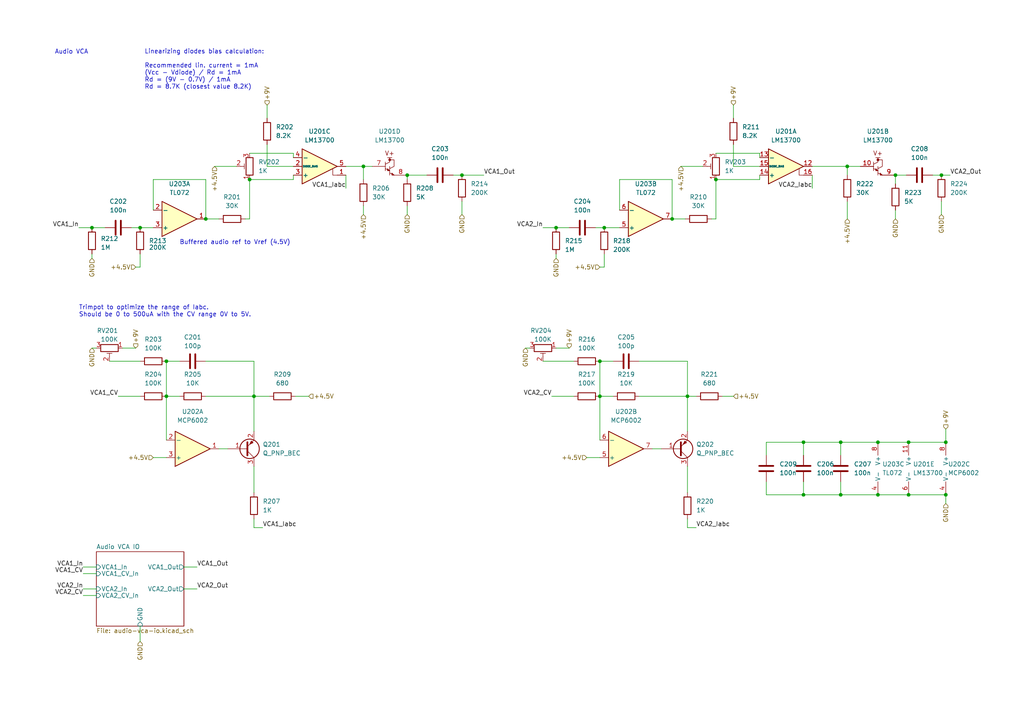
<source format=kicad_sch>
(kicad_sch (version 20211123) (generator eeschema)
  (paper "A4")
  (lib_symbols
    (symbol "Amplifier_Operational:LM13700" (pin_names (offset 0.127))
      (property "Reference" "U" (at 3.81 5.08 0))
      (property "Value" "LM13700" (at 5.08 -5.08 0))
      (symbol "LM13700_1_1"
        (polyline (pts (xy 3.81 -0.635) (xy 3.81 -2.54) (xy 5.08 -2.54)))
        (polyline (pts (xy 5.08 0) (xy -5.08 -5.08) (xy -5.08 5.08) (xy 5.08 0)) (stroke (width 0.254)) (fill (type background)))
        (pin output line (at 7.62 0 180) (length 2.54) (name "~") (number "12"))
        (pin input line (at -7.62 2.54 0) (length 2.54) (name "-") (number "13"))
        (pin input line (at -7.62 -2.54 0) (length 2.54) (name "+") (number "14"))
        (pin input line (at -7.62 0 0) (length 2.54) (name "DIODE_BIAS") (number "15"))
        (pin input line (at 7.62 -2.54 180) (length 2.54) (name "~") (number "16"))
      )
      (symbol "LM13700_2_0"
        (polyline (pts (xy -1.905 2.54) (xy -3.175 2.54)))
      )
      (symbol "LM13700_2_1"
        (circle (center -2.54 1.905) (radius 0.254) (stroke (width 0.254)) (fill (type outline)))
        (polyline (pts (xy -3.81 -0.635) (xy -2.54 -1.27)))
        (polyline (pts (xy -3.81 1.27) (xy -3.81 -1.27)))
        (polyline (pts (xy -2.54 -1.905) (xy -1.27 -2.54)))
        (polyline (pts (xy -2.54 0) (xy -2.54 -2.54)))
        (polyline (pts (xy -3.81 0.635) (xy -2.54 1.27) (xy -2.54 1.905) (xy -2.54 2.54)))
        (polyline (pts (xy -2.54 -1.27) (xy -3.175 -0.635) (xy -3.175 -1.27) (xy -2.54 -1.27)) (fill (type outline)))
        (polyline (pts (xy -2.54 -0.635) (xy -1.27 0) (xy -1.27 1.905) (xy -2.54 1.905)))
        (polyline (pts (xy -1.27 -2.54) (xy -1.905 -1.905) (xy -1.905 -2.54) (xy -1.27 -2.54)) (fill (type outline)))
        (text "V+" (at -2.54 3.81 0) (effects (font (size 1.27 1.27))))
        (pin input line (at -7.62 0 0) (length 3.81) (name "~") (number "10"))
        (pin output line (at 2.54 -2.54 180) (length 3.81) (name "~") (number "9"))
      )
      (symbol "LM13700_3_1"
        (polyline (pts (xy 3.81 -0.635) (xy 3.81 -2.54) (xy 5.08 -2.54)))
        (polyline (pts (xy 5.08 0) (xy -5.08 -5.08) (xy -5.08 5.08) (xy 5.08 0)) (stroke (width 0.254)) (fill (type background)))
        (pin input line (at 7.62 -2.54 180) (length 2.54) (name "~") (number "1"))
        (pin input line (at -7.62 0 0) (length 2.54) (name "DIODE_BIAS") (number "2"))
        (pin input line (at -7.62 -2.54 0) (length 2.54) (name "+") (number "3"))
        (pin input line (at -7.62 2.54 0) (length 2.54) (name "-") (number "4"))
        (pin output line (at 7.62 0 180) (length 2.54) (name "~") (number "5"))
      )
      (symbol "LM13700_4_0"
        (polyline (pts (xy -3.175 2.54) (xy -1.905 2.54)))
        (text "V+" (at -2.54 3.81 0) (effects (font (size 1.27 1.27))))
      )
      (symbol "LM13700_4_1"
        (circle (center -2.54 1.905) (radius 0.254) (stroke (width 0.254)) (fill (type outline)))
        (polyline (pts (xy -3.81 -0.635) (xy -2.54 -1.27)))
        (polyline (pts (xy -3.81 1.27) (xy -3.81 -1.27)))
        (polyline (pts (xy -2.54 -1.905) (xy -1.27 -2.54)))
        (polyline (pts (xy -2.54 0) (xy -2.54 -2.54)))
        (polyline (pts (xy -3.81 0.635) (xy -2.54 1.27) (xy -2.54 2.54)))
        (polyline (pts (xy -2.54 -1.27) (xy -3.175 -0.635) (xy -3.175 -1.27) (xy -2.54 -1.27)) (fill (type outline)))
        (polyline (pts (xy -2.54 -0.635) (xy -1.27 0) (xy -1.27 1.905) (xy -2.54 1.905)))
        (polyline (pts (xy -1.27 -2.54) (xy -1.905 -1.905) (xy -1.905 -2.54) (xy -1.27 -2.54)) (fill (type outline)))
        (pin input line (at -7.62 0 0) (length 3.81) (name "~") (number "7"))
        (pin output line (at 2.54 -2.54 180) (length 3.81) (name "~") (number "8"))
      )
      (symbol "LM13700_5_1"
        (pin power_in line (at -2.54 7.62 270) (length 3.81) (name "V+") (number "11"))
        (pin power_in line (at -2.54 -7.62 90) (length 3.81) (name "V-") (number "6"))
      )
    )
    (symbol "Amplifier_Operational:MCP6002-xSN" (pin_names (offset 0.127))
      (property "Reference" "U" (at 0 5.08 0))
      (property "Value" "MCP6002-xSN" (at 0 -5.08 0))
      (symbol "MCP6002-xSN_1_1"
        (polyline (pts (xy -5.08 5.08) (xy 5.08 0) (xy -5.08 -5.08) (xy -5.08 5.08)) (stroke (width 0.254)) (fill (type background)))
        (pin output line (at 7.62 0 180) (length 2.54) (name "~") (number "1"))
        (pin input line (at -7.62 -2.54 0) (length 2.54) (name "-") (number "2"))
        (pin input line (at -7.62 2.54 0) (length 2.54) (name "+") (number "3"))
      )
      (symbol "MCP6002-xSN_2_1"
        (polyline (pts (xy -5.08 5.08) (xy 5.08 0) (xy -5.08 -5.08) (xy -5.08 5.08)) (stroke (width 0.254)) (fill (type background)))
        (pin input line (at -7.62 2.54 0) (length 2.54) (name "+") (number "5"))
        (pin input line (at -7.62 -2.54 0) (length 2.54) (name "-") (number "6"))
        (pin output line (at 7.62 0 180) (length 2.54) (name "~") (number "7"))
      )
      (symbol "MCP6002-xSN_3_1"
        (pin power_in line (at -2.54 -7.62 90) (length 3.81) (name "V-") (number "4"))
        (pin power_in line (at -2.54 7.62 270) (length 3.81) (name "V+") (number "8"))
      )
    )
    (symbol "Amplifier_Operational:TL072" (pin_names (offset 0.127))
      (property "Reference" "U" (at 0 5.08 0))
      (property "Value" "TL072" (at 0 -5.08 0))
      (symbol "TL072_1_1"
        (polyline (pts (xy -5.08 5.08) (xy 5.08 0) (xy -5.08 -5.08) (xy -5.08 5.08)) (stroke (width 0.254)) (fill (type background)))
        (pin output line (at 7.62 0 180) (length 2.54) (name "~") (number "1"))
        (pin input line (at -7.62 -2.54 0) (length 2.54) (name "-") (number "2"))
        (pin input line (at -7.62 2.54 0) (length 2.54) (name "+") (number "3"))
      )
      (symbol "TL072_2_1"
        (polyline (pts (xy -5.08 5.08) (xy 5.08 0) (xy -5.08 -5.08) (xy -5.08 5.08)) (stroke (width 0.254)) (fill (type background)))
        (pin input line (at -7.62 2.54 0) (length 2.54) (name "+") (number "5"))
        (pin input line (at -7.62 -2.54 0) (length 2.54) (name "-") (number "6"))
        (pin output line (at 7.62 0 180) (length 2.54) (name "~") (number "7"))
      )
      (symbol "TL072_3_1"
        (pin power_in line (at -2.54 -7.62 90) (length 3.81) (name "V-") (number "4"))
        (pin power_in line (at -2.54 7.62 270) (length 3.81) (name "V+") (number "8"))
      )
    )
    (symbol "Device:C" (pin_numbers hide) (pin_names (offset 0.254))
      (property "Reference" "C" (at 0.635 2.54 0))
      (property "Value" "C" (at 0.635 -2.54 0))
      (symbol "C_0_1"
        (polyline (pts (xy -2.032 -0.762) (xy 2.032 -0.762)) (stroke (width 0.508)))
        (polyline (pts (xy -2.032 0.762) (xy 2.032 0.762)) (stroke (width 0.508)))
      )
      (symbol "C_1_1"
        (pin passive line (at 0 3.81 270) (length 2.794) (name "~") (number "1"))
        (pin passive line (at 0 -3.81 90) (length 2.794) (name "~") (number "2"))
      )
    )
    (symbol "Device:Q_PNP_BEC" (pin_names (offset 0) hide)
      (property "Reference" "Q" (at 5.08 1.27 0))
      (property "Value" "Q_PNP_BEC" (at 5.08 -1.27 0))
      (symbol "Q_PNP_BEC_0_1"
        (polyline (pts (xy 0.635 0.635) (xy 2.54 2.54)))
        (polyline (pts (xy 0.635 -0.635) (xy 2.54 -2.54) (xy 2.54 -2.54)))
        (polyline (pts (xy 0.635 1.905) (xy 0.635 -1.905) (xy 0.635 -1.905)) (stroke (width 0.508)))
        (polyline (pts (xy 2.286 -1.778) (xy 1.778 -2.286) (xy 1.27 -1.27) (xy 2.286 -1.778) (xy 2.286 -1.778)) (fill (type outline)))
        (circle (center 1.27 0) (radius 2.8194) (stroke (width 0.254)))
      )
      (symbol "Q_PNP_BEC_1_1"
        (pin input line (at -5.08 0 0) (length 5.715) (name "B") (number "1"))
        (pin passive line (at 2.54 -5.08 90) (length 2.54) (name "E") (number "2"))
        (pin passive line (at 2.54 5.08 270) (length 2.54) (name "C") (number "3"))
      )
    )
    (symbol "Device:R" (pin_numbers hide) (pin_names (offset 0))
      (property "Reference" "R" (at 2.032 0 90))
      (property "Value" "R" (at 0 0 90))
      (symbol "R_0_1"
        (rectangle (start -1.016 -2.54) (end 1.016 2.54) (stroke (width 0.254)))
      )
      (symbol "R_1_1"
        (pin passive line (at 0 3.81 270) (length 1.27) (name "~") (number "1"))
        (pin passive line (at 0 -3.81 90) (length 1.27) (name "~") (number "2"))
      )
    )
    (symbol "Device:R_Potentiometer_Trim" (pin_names (offset 1.016) hide)
      (property "Reference" "RV" (at -4.445 0 90))
      (property "Value" "R_Potentiometer_Trim" (at -2.54 0 90))
      (symbol "R_Potentiometer_Trim_0_1"
        (polyline (pts (xy 1.524 0.762) (xy 1.524 -0.762)))
        (polyline (pts (xy 2.54 0) (xy 1.524 0)))
        (rectangle (start 1.016 2.54) (end -1.016 -2.54) (stroke (width 0.254)))
      )
      (symbol "R_Potentiometer_Trim_1_1"
        (pin passive line (at 0 3.81 270) (length 1.27) (name "1") (number "1"))
        (pin passive line (at 3.81 0 180) (length 1.27) (name "2") (number "2"))
        (pin passive line (at 0 -3.81 90) (length 1.27) (name "3") (number "3"))
      )
    )
  )
  (junction (at 274.32 128.27))
  (junction (at 254.635 128.27))
  (junction (at 245.745 48.26))
  (junction (at 173.99 114.935))
  (junction (at 254.635 143.51))
  (junction (at 199.39 114.935))
  (junction (at 40.64 66.04))
  (junction (at 173.99 104.775))
  (junction (at 273.05 50.8))
  (junction (at 73.66 114.935))
  (junction (at 175.26 66.04))
  (junction (at 263.525 143.51))
  (junction (at 72.39 52.07))
  (junction (at 48.26 104.775))
  (junction (at 233.045 128.27))
  (junction (at 233.045 143.51))
  (junction (at 243.84 143.51))
  (junction (at 259.715 50.8))
  (junction (at 274.32 143.51))
  (junction (at 118.11 50.8))
  (junction (at 207.645 52.07))
  (junction (at 263.525 128.27))
  (junction (at 48.26 114.935))
  (junction (at 243.84 128.27))
  (junction (at 26.67 66.04))
  (junction (at 194.945 63.5))
  (junction (at 59.69 63.5))
  (junction (at 105.41 48.26))
  (junction (at 133.985 50.8))
  (junction (at 161.29 66.04))
  (wire (pts (xy 199.39 114.935) (xy 199.39 125.095)))
  (wire (pts (xy 199.39 104.775) (xy 199.39 114.935)))
  (wire (pts (xy 199.39 150.495) (xy 199.39 153.035)))
  (wire (pts (xy 245.745 48.26) (xy 245.745 50.8)))
  (wire (pts (xy 48.26 104.775) (xy 52.07 104.775)))
  (wire (pts (xy 157.48 104.775) (xy 166.37 104.775)))
  (wire (pts (xy 197.485 48.26) (xy 203.835 48.26)))
  (wire (pts (xy 212.725 48.26) (xy 220.345 48.26)))
  (wire (pts (xy 222.25 139.7) (xy 222.25 143.51)))
  (wire (pts (xy 118.11 50.8) (xy 123.825 50.8)))
  (wire (pts (xy 39.37 77.47) (xy 40.64 77.47)))
  (wire (pts (xy 157.48 66.04) (xy 161.29 66.04)))
  (wire (pts (xy 233.045 143.51) (xy 243.84 143.51)))
  (wire (pts (xy 100.33 50.8) (xy 100.33 54.61)))
  (wire (pts (xy 73.66 150.495) (xy 73.66 153.035)))
  (wire (pts (xy 53.34 164.465) (xy 57.15 164.465)))
  (wire (pts (xy 85.725 114.935) (xy 89.535 114.935)))
  (wire (pts (xy 77.47 48.26) (xy 85.09 48.26)))
  (wire (pts (xy 235.585 48.26) (xy 245.745 48.26)))
  (wire (pts (xy 172.72 66.04) (xy 175.26 66.04)))
  (wire (pts (xy 175.26 66.04) (xy 179.705 66.04)))
  (wire (pts (xy 199.39 153.035) (xy 201.93 153.035)))
  (wire (pts (xy 209.55 114.935) (xy 212.725 114.935)))
  (wire (pts (xy 40.64 181.61) (xy 40.64 186.055)))
  (wire (pts (xy 207.645 52.07) (xy 220.345 52.07)))
  (wire (pts (xy 133.985 50.8) (xy 140.335 50.8)))
  (wire (pts (xy 173.99 77.47) (xy 175.26 77.47)))
  (wire (pts (xy 173.99 104.775) (xy 177.8 104.775)))
  (wire (pts (xy 72.39 52.07) (xy 85.09 52.07)))
  (wire (pts (xy 222.25 128.27) (xy 233.045 128.27)))
  (wire (pts (xy 233.045 128.27) (xy 233.045 132.08)))
  (wire (pts (xy 40.64 73.66) (xy 40.64 77.47)))
  (wire (pts (xy 73.66 135.255) (xy 73.66 142.875)))
  (wire (pts (xy 39.37 100.965) (xy 35.56 100.965)))
  (wire (pts (xy 194.945 52.07) (xy 194.945 63.5)))
  (wire (pts (xy 243.84 143.51) (xy 254.635 143.51)))
  (wire (pts (xy 254.635 128.27) (xy 243.84 128.27)))
  (wire (pts (xy 27.94 100.965) (xy 26.67 100.965)))
  (wire (pts (xy 53.34 170.815) (xy 57.15 170.815)))
  (wire (pts (xy 48.26 104.775) (xy 48.26 114.935)))
  (wire (pts (xy 259.715 60.96) (xy 259.715 63.5)))
  (wire (pts (xy 206.375 63.5) (xy 207.645 63.5)))
  (wire (pts (xy 212.725 30.48) (xy 212.725 34.29)))
  (wire (pts (xy 105.41 59.69) (xy 105.41 62.23)))
  (wire (pts (xy 31.75 104.775) (xy 40.64 104.775)))
  (wire (pts (xy 44.45 60.96) (xy 44.45 52.07)))
  (wire (pts (xy 73.66 153.035) (xy 76.2 153.035)))
  (wire (pts (xy 100.33 48.26) (xy 105.41 48.26)))
  (wire (pts (xy 222.25 132.08) (xy 222.25 128.27)))
  (wire (pts (xy 73.66 104.775) (xy 73.66 114.935)))
  (wire (pts (xy 160.02 114.935) (xy 166.37 114.935)))
  (wire (pts (xy 85.09 44.45) (xy 85.09 45.72)))
  (wire (pts (xy 207.645 44.45) (xy 220.345 44.45)))
  (wire (pts (xy 26.67 66.04) (xy 30.48 66.04)))
  (wire (pts (xy 48.26 114.935) (xy 52.07 114.935)))
  (wire (pts (xy 185.42 104.775) (xy 199.39 104.775)))
  (wire (pts (xy 72.39 52.07) (xy 72.39 63.5)))
  (wire (pts (xy 38.1 66.04) (xy 40.64 66.04)))
  (wire (pts (xy 243.84 128.27) (xy 233.045 128.27)))
  (wire (pts (xy 105.41 48.26) (xy 107.95 48.26)))
  (wire (pts (xy 220.345 52.07) (xy 220.345 50.8)))
  (wire (pts (xy 235.585 50.8) (xy 235.585 54.61)))
  (wire (pts (xy 133.985 58.42) (xy 133.985 62.23)))
  (wire (pts (xy 274.32 124.46) (xy 274.32 128.27)))
  (wire (pts (xy 243.84 139.7) (xy 243.84 143.51)))
  (wire (pts (xy 173.99 104.775) (xy 173.99 114.935)))
  (wire (pts (xy 59.69 63.5) (xy 63.5 63.5)))
  (wire (pts (xy 254.635 143.51) (xy 263.525 143.51)))
  (wire (pts (xy 199.39 135.255) (xy 199.39 142.875)))
  (wire (pts (xy 179.705 52.07) (xy 194.945 52.07)))
  (wire (pts (xy 259.715 50.8) (xy 259.715 53.34)))
  (wire (pts (xy 48.26 114.935) (xy 48.26 127.635)))
  (wire (pts (xy 24.13 172.72) (xy 27.94 172.72)))
  (wire (pts (xy 161.29 66.04) (xy 165.1 66.04)))
  (wire (pts (xy 71.12 63.5) (xy 72.39 63.5)))
  (wire (pts (xy 131.445 50.8) (xy 133.985 50.8)))
  (wire (pts (xy 22.86 66.04) (xy 26.67 66.04)))
  (wire (pts (xy 233.045 139.7) (xy 233.045 143.51)))
  (wire (pts (xy 165.1 100.965) (xy 161.29 100.965)))
  (wire (pts (xy 24.13 170.815) (xy 27.94 170.815)))
  (wire (pts (xy 273.05 50.8) (xy 275.59 50.8)))
  (wire (pts (xy 270.51 50.8) (xy 273.05 50.8)))
  (wire (pts (xy 63.5 130.175) (xy 66.04 130.175)))
  (wire (pts (xy 161.29 73.66) (xy 161.29 74.93)))
  (wire (pts (xy 44.45 52.07) (xy 59.69 52.07)))
  (wire (pts (xy 199.39 114.935) (xy 201.93 114.935)))
  (wire (pts (xy 170.18 132.715) (xy 173.99 132.715)))
  (wire (pts (xy 222.25 143.51) (xy 233.045 143.51)))
  (wire (pts (xy 72.39 44.45) (xy 85.09 44.45)))
  (wire (pts (xy 59.69 52.07) (xy 59.69 63.5)))
  (wire (pts (xy 26.67 73.66) (xy 26.67 74.93)))
  (wire (pts (xy 189.23 130.175) (xy 191.77 130.175)))
  (wire (pts (xy 220.345 44.45) (xy 220.345 45.72)))
  (wire (pts (xy 118.11 59.69) (xy 118.11 62.23)))
  (wire (pts (xy 207.645 52.07) (xy 207.645 63.5)))
  (wire (pts (xy 273.05 58.42) (xy 273.05 62.23)))
  (wire (pts (xy 259.715 50.8) (xy 262.89 50.8)))
  (wire (pts (xy 44.45 132.715) (xy 48.26 132.715)))
  (wire (pts (xy 59.69 114.935) (xy 73.66 114.935)))
  (wire (pts (xy 118.11 50.8) (xy 118.11 52.07)))
  (wire (pts (xy 59.69 104.775) (xy 73.66 104.775)))
  (wire (pts (xy 263.525 143.51) (xy 274.32 143.51)))
  (wire (pts (xy 254.635 128.27) (xy 263.525 128.27)))
  (wire (pts (xy 263.525 128.27) (xy 274.32 128.27)))
  (wire (pts (xy 40.64 66.04) (xy 44.45 66.04)))
  (wire (pts (xy 73.66 114.935) (xy 73.66 125.095)))
  (wire (pts (xy 212.725 41.91) (xy 212.725 48.26)))
  (wire (pts (xy 194.945 63.5) (xy 198.755 63.5)))
  (wire (pts (xy 243.84 128.27) (xy 243.84 132.08)))
  (wire (pts (xy 77.47 30.48) (xy 77.47 34.29)))
  (wire (pts (xy 62.23 48.26) (xy 68.58 48.26)))
  (wire (pts (xy 173.99 114.935) (xy 173.99 127.635)))
  (wire (pts (xy 77.47 41.91) (xy 77.47 48.26)))
  (wire (pts (xy 24.13 166.37) (xy 27.94 166.37)))
  (wire (pts (xy 245.745 58.42) (xy 245.745 63.5)))
  (wire (pts (xy 105.41 48.26) (xy 105.41 52.07)))
  (wire (pts (xy 179.705 60.96) (xy 179.705 52.07)))
  (wire (pts (xy 274.32 143.51) (xy 274.32 146.05)))
  (wire (pts (xy 24.13 164.465) (xy 27.94 164.465)))
  (wire (pts (xy 175.26 73.66) (xy 175.26 77.47)))
  (wire (pts (xy 185.42 114.935) (xy 199.39 114.935)))
  (wire (pts (xy 34.29 114.935) (xy 40.64 114.935)))
  (wire (pts (xy 85.09 52.07) (xy 85.09 50.8)))
  (wire (pts (xy 153.67 100.965) (xy 152.4 100.965)))
  (wire (pts (xy 73.66 114.935) (xy 78.105 114.935)))
  (wire (pts (xy 245.745 48.26) (xy 249.555 48.26)))
  (wire (pts (xy 173.99 114.935) (xy 177.8 114.935)))
  (text "Audio VCA" (at 15.875 15.875 0) (effects (font (size 1.27 1.27)) (justify left bottom)))
  (text "Buffered audio ref to Vref (4.5V)" (at 52.07 71.12 0) (effects (font (size 1.27 1.27)) (justify left bottom)))
  (text "Linearizing diodes bias calculation:\n\nRecommended lin. current = 1mA\n(Vcc - Vdiode) / Rd = 1mA\nRd = (9V - 0.7V) / 1mA\nRd = 8.7K (closest value 8.2K)" (at 41.91 26.035 0) (effects (font (size 1.27 1.27)) (justify left bottom)))
  (text "Trimpot to optimize the range of Iabc.\nShould be 0 to 500uA with the CV range 0V to 5V." (at 22.86 92.075 0) (effects (font (size 1.27 1.27)) (justify left bottom)))
  (label "VCA1_CV" (at 34.29 114.935 180))
  (label "VCA2_Iabc" (at 235.585 54.61 180))
  (label "VCA2_In" (at 157.48 66.04 180))
  (label "VCA1_In" (at 24.13 164.465 180))
  (label "VCA1_Out" (at 57.15 164.465 0))
  (label "VCA1_Iabc" (at 76.2 153.035 0))
  (label "VCA2_CV" (at 160.02 114.935 180))
  (label "VCA2_CV" (at 24.13 172.72 180))
  (label "VCA1_In" (at 22.86 66.04 180))
  (label "VCA2_In" (at 24.13 170.815 180))
  (label "VCA2_Iabc" (at 201.93 153.035 0))
  (label "VCA1_Iabc" (at 100.33 54.61 180))
  (label "VCA2_Out" (at 275.59 50.8 0))
  (label "VCA1_Out" (at 140.335 50.8 0))
  (label "VCA1_CV" (at 24.13 166.37 180))
  (label "VCA2_Out" (at 57.15 170.815 0))
  (hierarchical_label "GND" (shape input) (at 161.29 74.93 270))
  (hierarchical_label "+4.5V" (shape input) (at 89.535 114.935 0))
  (hierarchical_label "+4.5V" (shape input) (at 62.23 48.26 270))
  (hierarchical_label "+4.5V" (shape input) (at 197.485 48.26 270))
  (hierarchical_label "+4.5V" (shape input) (at 39.37 77.47 180))
  (hierarchical_label "+9V" (shape input) (at 274.32 124.46 90))
  (hierarchical_label "GND" (shape input) (at 26.67 74.93 270))
  (hierarchical_label "GND" (shape input) (at 274.32 146.05 270))
  (hierarchical_label "+9V" (shape input) (at 212.725 30.48 90))
  (hierarchical_label "+4.5V" (shape input) (at 105.41 62.23 270))
  (hierarchical_label "+9V" (shape input) (at 165.1 100.965 90))
  (hierarchical_label "GND" (shape input) (at 118.11 62.23 270))
  (hierarchical_label "GND" (shape input) (at 259.715 63.5 270))
  (hierarchical_label "GND" (shape input) (at 40.64 186.055 270))
  (hierarchical_label "+4.5V" (shape input) (at 173.99 77.47 180))
  (hierarchical_label "GND" (shape input) (at 26.67 100.965 270))
  (hierarchical_label "+9V" (shape input) (at 77.47 30.48 90))
  (hierarchical_label "+4.5V" (shape input) (at 245.745 63.5 270))
  (hierarchical_label "+9V" (shape input) (at 39.37 100.965 90))
  (hierarchical_label "+4.5V" (shape input) (at 170.18 132.715 180))
  (hierarchical_label "GND" (shape input) (at 152.4 100.965 270))
  (hierarchical_label "GND" (shape input) (at 273.05 62.23 270))
  (hierarchical_label "+4.5V" (shape input) (at 44.45 132.715 180))
  (hierarchical_label "GND" (shape input) (at 133.985 62.23 270))
  (hierarchical_label "+4.5V" (shape input) (at 212.725 114.935 0))
  (symbol (lib_id "Device:R_Potentiometer_Trim") (at 207.645 48.26 180) (unit 1)
    (property "Reference" "RV203" (at 210.185 46.9899 0) (effects (justify right)))
    (property "Value" "1K" (at 210.185 49.5299 0) (effects (justify right)))
    (property "Footprint" "Potentiometer_SMD:Potentiometer_Bourns_3314J_Vertical" (effects hide))
  )
  (symbol (lib_id "Device:R") (at 44.45 104.775 90) (unit 1)
    (property "Reference" "R203" (at 44.45 98.425 90))
    (property "Value" "100K" (at 44.45 100.965 90))
    (property "Footprint" "Resistor_SMD:R_0603_1608Metric_Pad0.98x0.95mm_HandSolder" (effects hide))
  )
  (symbol (lib_id "Device:R_Potentiometer_Trim") (at 157.48 100.965 270) (unit 1)
    (property "Reference" "RV204" (at 160.02 95.885 90) (effects (justify right)))
    (property "Value" "100K" (at 160.02 98.425 90) (effects (justify right)))
    (property "Footprint" "Potentiometer_SMD:Potentiometer_Bourns_3314J_Vertical" (effects hide))
  )
  (symbol (lib_id "Device:R_Potentiometer_Trim") (at 72.39 48.26 180) (unit 1)
    (property "Reference" "RV202" (at 74.93 46.9899 0) (effects (justify right)))
    (property "Value" "1K" (at 74.93 49.5299 0) (effects (justify right)))
    (property "Footprint" "Potentiometer_SMD:Potentiometer_Bourns_3314J_Vertical" (effects hide))
  )
  (symbol (lib_id "Amplifier_Operational:MCP6002-xSN") (at 181.61 130.175 0) (mirror x) (unit 2)
    (property "Reference" "U202" (at 181.61 119.38 0))
    (property "Value" "MCP6002" (at 181.61 121.92 0))
    (property "Footprint" "Package_SO:SOIC-8_3.9x4.9mm_P1.27mm" (effects hide))
    (property "Datasheet" "http://ww1.microchip.com/downloads/en/DeviceDoc/21733j.pdf" (effects hide))
  )
  (symbol (lib_id "Device:R") (at 44.45 114.935 90) (unit 1)
    (property "Reference" "R204" (at 44.45 108.585 90))
    (property "Value" "100K" (at 44.45 111.125 90))
    (property "Footprint" "Resistor_SMD:R_0603_1608Metric_Pad0.98x0.95mm_HandSolder" (effects hide))
  )
  (symbol (lib_id "Device:C") (at 168.91 66.04 90) (unit 1)
    (property "Reference" "C204" (at 168.91 58.42 90))
    (property "Value" "100n" (at 168.91 60.96 90))
    (property "Footprint" "Capacitor_SMD:C_0603_1608Metric_Pad1.08x0.95mm_HandSolder" (effects hide))
  )
  (symbol (lib_id "Amplifier_Operational:TL072") (at 257.175 135.89 0) (unit 3)
    (property "Reference" "U203" (at 255.905 134.6199 0) (effects (justify left)))
    (property "Value" "TL072" (at 255.905 137.1599 0) (effects (justify left)))
    (property "Footprint" "Package_SO:SOIC-8_3.9x4.9mm_P1.27mm" (effects hide))
    (property "Datasheet" "http://www.ti.com/lit/ds/symlink/tl071.pdf" (effects hide))
  )
  (symbol (lib_id "Device:R") (at 202.565 63.5 90) (unit 1)
    (property "Reference" "R210" (at 202.565 57.15 90))
    (property "Value" "30K" (at 202.565 59.69 90))
    (property "Footprint" "Resistor_SMD:R_0603_1608Metric_Pad0.98x0.95mm_HandSolder" (effects hide))
  )
  (symbol (lib_id "Device:C") (at 55.88 104.775 90) (unit 1)
    (property "Reference" "C201" (at 55.88 97.79 90))
    (property "Value" "100p" (at 55.88 100.33 90))
    (property "Footprint" "Capacitor_SMD:C_0603_1608Metric_Pad1.08x0.95mm_HandSolder" (effects hide))
  )
  (symbol (lib_id "Device:R") (at 105.41 55.88 0) (unit 1)
    (property "Reference" "R206" (at 107.95 54.6099 0) (effects (justify left)))
    (property "Value" "30K" (at 107.95 57.1499 0) (effects (justify left)))
    (property "Footprint" "Resistor_SMD:R_0603_1608Metric_Pad0.98x0.95mm_HandSolder" (effects hide))
  )
  (symbol (lib_id "Amplifier_Operational:LM13700") (at 266.065 135.89 0) (unit 5)
    (property "Reference" "U201" (at 264.795 134.6199 0) (effects (justify left)))
    (property "Value" "LM13700" (at 264.795 137.1599 0) (effects (justify left)))
    (property "Footprint" "Package_SO:SOIC-16_3.9x9.9mm_P1.27mm" (effects hide))
    (property "Datasheet" "http://www.ti.com/lit/ds/symlink/lm13700.pdf" (effects hide))
  )
  (symbol (lib_id "Device:Q_PNP_BEC") (at 196.85 130.175 0) (mirror x) (unit 1)
    (property "Reference" "Q202" (at 201.93 128.9049 0) (effects (justify left)))
    (property "Value" "Q_PNP_BEC" (at 201.93 131.4449 0) (effects (justify left)))
    (property "Footprint" "Package_TO_SOT_SMD:SOT-23_Handsoldering" (effects hide))
  )
  (symbol (lib_id "Amplifier_Operational:LM13700") (at 115.57 48.26 0) (unit 4)
    (property "Reference" "U201" (at 113.03 38.1 0))
    (property "Value" "LM13700" (at 113.03 40.64 0))
    (property "Footprint" "Package_SO:SOIC-16_3.9x9.9mm_P1.27mm" (effects hide))
    (property "Datasheet" "http://www.ti.com/lit/ds/symlink/lm13700.pdf" (effects hide))
  )
  (symbol (lib_id "Device:C") (at 34.29 66.04 90) (unit 1)
    (property "Reference" "C202" (at 34.29 58.42 90))
    (property "Value" "100n" (at 34.29 60.96 90))
    (property "Footprint" "Capacitor_SMD:C_0603_1608Metric_Pad1.08x0.95mm_HandSolder" (effects hide))
  )
  (symbol (lib_id "Device:R") (at 273.05 54.61 0) (unit 1)
    (property "Reference" "R224" (at 275.59 53.3399 0) (effects (justify left)))
    (property "Value" "200K" (at 275.59 55.8799 0) (effects (justify left)))
    (property "Footprint" "Resistor_SMD:R_0603_1608Metric_Pad0.98x0.95mm_HandSolder" (effects hide))
  )
  (symbol (lib_id "Device:C") (at 181.61 104.775 90) (unit 1)
    (property "Reference" "C205" (at 181.61 97.79 90))
    (property "Value" "100p" (at 181.61 100.33 90))
    (property "Footprint" "Capacitor_SMD:C_0603_1608Metric_Pad1.08x0.95mm_HandSolder" (effects hide))
  )
  (symbol (lib_id "Device:R") (at 67.31 63.5 90) (unit 1)
    (property "Reference" "R201" (at 67.31 57.15 90))
    (property "Value" "30K" (at 67.31 59.69 90))
    (property "Footprint" "Resistor_SMD:R_0603_1608Metric_Pad0.98x0.95mm_HandSolder" (effects hide))
  )
  (symbol (lib_id "Device:R") (at 26.67 69.85 0) (unit 1)
    (property "Reference" "R212" (at 29.21 69.215 0) (effects (justify left)))
    (property "Value" "1M" (at 29.21 71.755 0) (effects (justify left)))
    (property "Footprint" "Resistor_SMD:R_0603_1608Metric_Pad0.98x0.95mm_HandSolder" (effects hide))
  )
  (symbol (lib_id "Device:R") (at 205.74 114.935 90) (unit 1)
    (property "Reference" "R221" (at 205.74 108.585 90))
    (property "Value" "680" (at 205.74 111.125 90))
    (property "Footprint" "Resistor_SMD:R_0603_1608Metric_Pad0.98x0.95mm_HandSolder" (effects hide))
  )
  (symbol (lib_id "Device:R") (at 77.47 38.1 0) (unit 1)
    (property "Reference" "R202" (at 80.01 36.8299 0) (effects (justify left)))
    (property "Value" "8.2K" (at 80.01 39.3699 0) (effects (justify left)))
    (property "Footprint" "Resistor_SMD:R_0603_1608Metric_Pad0.98x0.95mm_HandSolder" (effects hide))
  )
  (symbol (lib_id "Device:Q_PNP_BEC") (at 71.12 130.175 0) (mirror x) (unit 1)
    (property "Reference" "Q201" (at 76.2 128.9049 0) (effects (justify left)))
    (property "Value" "Q_PNP_BEC" (at 76.2 131.4449 0) (effects (justify left)))
    (property "Footprint" "Package_TO_SOT_SMD:SOT-23_Handsoldering" (effects hide))
  )
  (symbol (lib_id "Device:R_Potentiometer_Trim") (at 31.75 100.965 270) (unit 1)
    (property "Reference" "RV201" (at 34.29 95.885 90) (effects (justify right)))
    (property "Value" "100K" (at 34.29 98.425 90) (effects (justify right)))
    (property "Footprint" "Potentiometer_SMD:Potentiometer_Bourns_3314J_Vertical" (effects hide))
  )
  (symbol (lib_id "Device:R") (at 55.88 114.935 90) (unit 1)
    (property "Reference" "R205" (at 55.88 108.585 90))
    (property "Value" "10K" (at 55.88 111.125 90))
    (property "Footprint" "Resistor_SMD:R_0603_1608Metric_Pad0.98x0.95mm_HandSolder" (effects hide))
  )
  (symbol (lib_id "Amplifier_Operational:MCP6002-xSN") (at 276.86 135.89 0) (unit 3)
    (property "Reference" "U202" (at 274.955 134.6199 0) (effects (justify left)))
    (property "Value" "MCP6002" (at 274.955 137.1599 0) (effects (justify left)))
    (property "Footprint" "Package_SO:SOIC-8_3.9x4.9mm_P1.27mm" (effects hide))
    (property "Datasheet" "http://ww1.microchip.com/downloads/en/DeviceDoc/21733j.pdf" (effects hide))
  )
  (symbol (lib_id "Amplifier_Operational:MCP6002-xSN") (at 55.88 130.175 0) (mirror x) (unit 1)
    (property "Reference" "U202" (at 55.88 119.38 0))
    (property "Value" "MCP6002" (at 55.88 121.92 0))
    (property "Footprint" "Package_SO:SOIC-8_3.9x4.9mm_P1.27mm" (effects hide))
    (property "Datasheet" "http://ww1.microchip.com/downloads/en/DeviceDoc/21733j.pdf" (effects hide))
  )
  (symbol (lib_id "Device:R") (at 118.11 55.88 0) (unit 1)
    (property "Reference" "R208" (at 120.65 54.6099 0) (effects (justify left)))
    (property "Value" "5K" (at 120.65 57.1499 0) (effects (justify left)))
    (property "Footprint" "Resistor_SMD:R_0603_1608Metric_Pad0.98x0.95mm_HandSolder" (effects hide))
  )
  (symbol (lib_id "Device:R") (at 133.985 54.61 0) (unit 1)
    (property "Reference" "R214" (at 136.525 53.3399 0) (effects (justify left)))
    (property "Value" "200K" (at 136.525 55.8799 0) (effects (justify left)))
    (property "Footprint" "Resistor_SMD:R_0603_1608Metric_Pad0.98x0.95mm_HandSolder" (effects hide))
  )
  (symbol (lib_id "Device:R") (at 170.18 104.775 90) (unit 1)
    (property "Reference" "R216" (at 170.18 98.425 90))
    (property "Value" "100K" (at 170.18 100.965 90))
    (property "Footprint" "Resistor_SMD:R_0603_1608Metric_Pad0.98x0.95mm_HandSolder" (effects hide))
  )
  (symbol (lib_id "Amplifier_Operational:LM13700") (at 92.71 48.26 0) (unit 3)
    (property "Reference" "U201" (at 92.71 38.1 0))
    (property "Value" "LM13700" (at 92.71 40.64 0))
    (property "Footprint" "Package_SO:SOIC-16_3.9x9.9mm_P1.27mm" (effects hide))
    (property "Datasheet" "http://www.ti.com/lit/ds/symlink/lm13700.pdf" (effects hide))
  )
  (symbol (lib_id "Amplifier_Operational:LM13700") (at 227.965 48.26 0) (unit 1)
    (property "Reference" "U201" (at 227.965 38.1 0))
    (property "Value" "LM13700" (at 227.965 40.64 0))
    (property "Footprint" "Package_SO:SOIC-16_3.9x9.9mm_P1.27mm" (effects hide))
    (property "Datasheet" "http://www.ti.com/lit/ds/symlink/lm13700.pdf" (effects hide))
  )
  (symbol (lib_id "Device:R") (at 81.915 114.935 90) (unit 1)
    (property "Reference" "R209" (at 81.915 108.585 90))
    (property "Value" "680" (at 81.915 111.125 90))
    (property "Footprint" "Resistor_SMD:R_0603_1608Metric_Pad0.98x0.95mm_HandSolder" (effects hide))
  )
  (symbol (lib_id "Device:R") (at 175.26 69.85 180) (unit 1)
    (property "Reference" "R218" (at 177.8 69.85 0) (effects (justify right)))
    (property "Value" "200K" (at 177.8 72.39 0) (effects (justify right)))
    (property "Footprint" "Resistor_SMD:R_0603_1608Metric_Pad0.98x0.95mm_HandSolder" (effects hide))
  )
  (symbol (lib_id "Amplifier_Operational:TL072") (at 187.325 63.5 0) (mirror x) (unit 2)
    (property "Reference" "U203" (at 187.325 53.34 0))
    (property "Value" "TL072" (at 187.325 55.88 0))
    (property "Footprint" "Package_SO:SOIC-8_3.9x4.9mm_P1.27mm" (effects hide))
    (property "Datasheet" "http://www.ti.com/lit/ds/symlink/tl071.pdf" (effects hide))
  )
  (symbol (lib_id "Device:R") (at 245.745 54.61 0) (unit 1)
    (property "Reference" "R222" (at 248.285 53.3399 0) (effects (justify left)))
    (property "Value" "30K" (at 248.285 55.8799 0) (effects (justify left)))
    (property "Footprint" "Resistor_SMD:R_0603_1608Metric_Pad0.98x0.95mm_HandSolder" (effects hide))
  )
  (symbol (lib_id "Amplifier_Operational:LM13700") (at 257.175 48.26 0) (unit 2)
    (property "Reference" "U201" (at 254.635 38.1 0))
    (property "Value" "LM13700" (at 254.635 40.64 0))
    (property "Footprint" "Package_SO:SOIC-16_3.9x9.9mm_P1.27mm" (effects hide))
    (property "Datasheet" "http://www.ti.com/lit/ds/symlink/lm13700.pdf" (effects hide))
  )
  (symbol (lib_id "Device:R") (at 73.66 146.685 180) (unit 1)
    (property "Reference" "R207" (at 76.2 145.4149 0) (effects (justify right)))
    (property "Value" "1K" (at 76.2 147.9549 0) (effects (justify right)))
    (property "Footprint" "Resistor_SMD:R_0603_1608Metric_Pad0.98x0.95mm_HandSolder" (effects hide))
  )
  (symbol (lib_id "Device:R") (at 199.39 146.685 180) (unit 1)
    (property "Reference" "R220" (at 201.93 145.4149 0) (effects (justify right)))
    (property "Value" "1K" (at 201.93 147.9549 0) (effects (justify right)))
    (property "Footprint" "Resistor_SMD:R_0603_1608Metric_Pad0.98x0.95mm_HandSolder" (effects hide))
  )
  (symbol (lib_id "Device:R") (at 170.18 114.935 90) (unit 1)
    (property "Reference" "R217" (at 170.18 108.585 90))
    (property "Value" "100K" (at 170.18 111.125 90))
    (property "Footprint" "Resistor_SMD:R_0603_1608Metric_Pad0.98x0.95mm_HandSolder" (effects hide))
  )
  (symbol (lib_id "Device:C") (at 127.635 50.8 90) (unit 1)
    (property "Reference" "C203" (at 127.635 43.18 90))
    (property "Value" "100n" (at 127.635 45.72 90))
    (property "Footprint" "Capacitor_SMD:C_0603_1608Metric_Pad1.08x0.95mm_HandSolder" (effects hide))
  )
  (symbol (lib_id "Device:C") (at 243.84 135.89 0) (unit 1)
    (property "Reference" "C207" (at 247.65 134.6199 0) (effects (justify left)))
    (property "Value" "100n" (at 247.65 137.1599 0) (effects (justify left)))
    (property "Footprint" "Capacitor_SMD:C_0603_1608Metric_Pad1.08x0.95mm_HandSolder" (effects hide))
  )
  (symbol (lib_id "Device:R") (at 40.64 69.85 180) (unit 1)
    (property "Reference" "R213" (at 43.18 69.85 0) (effects (justify right)))
    (property "Value" "200K" (at 43.18 71.755 0) (effects (justify right)))
    (property "Footprint" "Resistor_SMD:R_0603_1608Metric_Pad0.98x0.95mm_HandSolder" (effects hide))
  )
  (symbol (lib_id "Device:R") (at 259.715 57.15 0) (unit 1)
    (property "Reference" "R223" (at 262.255 55.8799 0) (effects (justify left)))
    (property "Value" "5K" (at 262.255 58.4199 0) (effects (justify left)))
    (property "Footprint" "Resistor_SMD:R_0603_1608Metric_Pad0.98x0.95mm_HandSolder" (effects hide))
  )
  (symbol (lib_id "Device:C") (at 233.045 135.89 0) (unit 1)
    (property "Reference" "C206" (at 236.855 134.6199 0) (effects (justify left)))
    (property "Value" "100n" (at 236.855 137.1599 0) (effects (justify left)))
    (property "Footprint" "Capacitor_SMD:C_0603_1608Metric_Pad1.08x0.95mm_HandSolder" (effects hide))
  )
  (symbol (lib_id "Device:R") (at 181.61 114.935 90) (unit 1)
    (property "Reference" "R219" (at 181.61 108.585 90))
    (property "Value" "10K" (at 181.61 111.125 90))
    (property "Footprint" "Resistor_SMD:R_0603_1608Metric_Pad0.98x0.95mm_HandSolder" (effects hide))
  )
  (symbol (lib_id "Device:R") (at 212.725 38.1 0) (unit 1)
    (property "Reference" "R211" (at 215.265 36.8299 0) (effects (justify left)))
    (property "Value" "8.2K" (at 215.265 39.3699 0) (effects (justify left)))
    (property "Footprint" "Resistor_SMD:R_0603_1608Metric_Pad0.98x0.95mm_HandSolder" (effects hide))
  )
  (symbol (lib_id "Device:C") (at 222.25 135.89 0) (unit 1)
    (property "Reference" "C209" (at 226.06 134.6199 0) (effects (justify left)))
    (property "Value" "100n" (at 226.06 137.1599 0) (effects (justify left)))
    (property "Footprint" "Capacitor_SMD:C_0603_1608Metric_Pad1.08x0.95mm_HandSolder" (effects hide))
  )
  (symbol (lib_id "Device:R") (at 161.29 69.85 0) (unit 1)
    (property "Reference" "R215" (at 163.83 69.85 0) (effects (justify left)))
    (property "Value" "1M" (at 163.83 72.39 0) (effects (justify left)))
    (property "Footprint" "Resistor_SMD:R_0603_1608Metric_Pad0.98x0.95mm_HandSolder" (effects hide))
  )
  (symbol (lib_id "Amplifier_Operational:TL072") (at 52.07 63.5 0) (mirror x) (unit 1)
    (property "Reference" "U203" (at 52.07 53.34 0))
    (property "Value" "TL072" (at 52.07 55.88 0))
    (property "Footprint" "Package_SO:SOIC-8_3.9x4.9mm_P1.27mm" (effects hide))
    (property "Datasheet" "http://www.ti.com/lit/ds/symlink/tl071.pdf" (effects hide))
  )
  (symbol (lib_id "Device:C") (at 266.7 50.8 90) (unit 1)
    (property "Reference" "C208" (at 266.7 43.18 90))
    (property "Value" "100n" (at 266.7 45.72 90))
    (property "Footprint" "Capacitor_SMD:C_0603_1608Metric_Pad1.08x0.95mm_HandSolder" (effects hide))
  )
  (sheet (at 27.94 160.02) (size 25.4 21.59) (stroke (width 0.1524))
    (property "Sheet name" "Audio VCA IO" (at 27.94 159.3084 0) (effects (justify left bottom)))
    (property "Sheet file" "audio-vca-io.kicad_sch" (at 27.94 182.1946 0) (effects (justify left top)))
    (pin "GND" input (at 40.64 181.61 270))
    (pin "VCA1_In" input (at 27.94 164.465 180))
    (pin "VCA1_Out" output (at 53.34 164.465 0))
    (pin "VCA1_CV_In" input (at 27.94 166.37 180))
    (pin "VCA2_Out" output (at 53.34 170.815 0))
    (pin "VCA2_In" input (at 27.94 170.815 180))
    (pin "VCA2_CV_In" input (at 27.94 172.72 180))
  )
)
</source>
